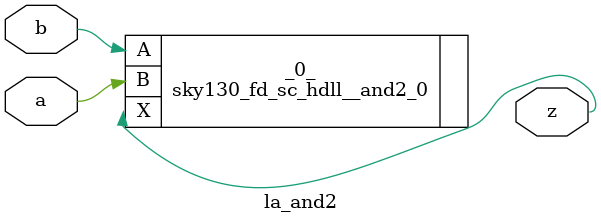
<source format=v>

/* Generated by Yosys 0.37 (git sha1 a5c7f69ed, clang 14.0.0-1ubuntu1.1 -fPIC -Os) */

module la_and2(a, b, z);
  input a;
  wire a;
  input b;
  wire b;
  output z;
  wire z;
  sky130_fd_sc_hdll__and2_0 _0_ (
    .A(b),
    .B(a),
    .X(z)
  );
endmodule

</source>
